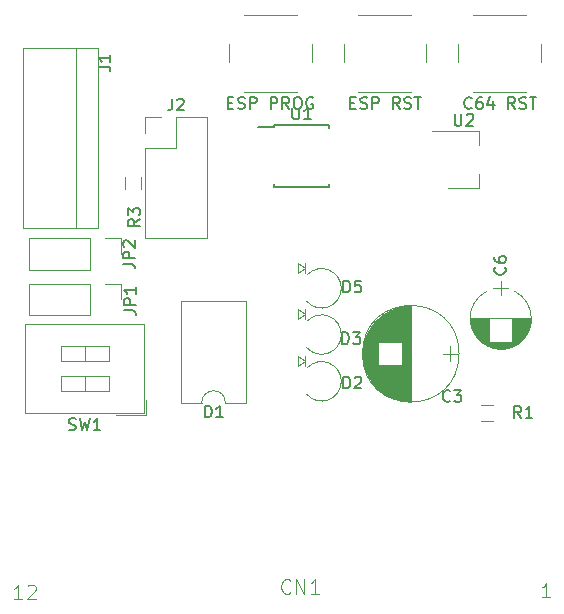
<source format=gbr>
G04 #@! TF.FileFunction,Legend,Top*
%FSLAX46Y46*%
G04 Gerber Fmt 4.6, Leading zero omitted, Abs format (unit mm)*
G04 Created by KiCad (PCBNEW 4.0.7) date 04/12/18 23:57:27*
%MOMM*%
%LPD*%
G01*
G04 APERTURE LIST*
%ADD10C,0.100000*%
%ADD11C,0.120000*%
%ADD12C,0.150000*%
%ADD13C,0.101600*%
G04 APERTURE END LIST*
D10*
D11*
X139419200Y-97302400D02*
X141189200Y-97302400D01*
X139419200Y-88702400D02*
X139419200Y-97302400D01*
X144959200Y-88702400D02*
X139419200Y-88702400D01*
X144959200Y-97302400D02*
X144959200Y-88702400D01*
X143189200Y-97302400D02*
X144959200Y-97302400D01*
X141189200Y-97302400D02*
G75*
G02X143189200Y-97302400I1000000J0D01*
G01*
X126090600Y-74904600D02*
X126090600Y-82524600D01*
X130530600Y-74904600D02*
X130530600Y-82524600D01*
X132430600Y-74904600D02*
X132430600Y-82524600D01*
X132430600Y-67284600D02*
X126090600Y-67284600D01*
X132430600Y-82524600D02*
X126090600Y-82524600D01*
X130530600Y-74904600D02*
X130530600Y-67284600D01*
X132430600Y-67284600D02*
X132430600Y-74904600D01*
X126090600Y-74904600D02*
X126090600Y-67284600D01*
X136414200Y-83397400D02*
X141614200Y-83397400D01*
X136414200Y-75717400D02*
X136414200Y-83397400D01*
X141614200Y-73117400D02*
X141614200Y-83397400D01*
X136414200Y-75717400D02*
X139014200Y-75717400D01*
X139014200Y-75717400D02*
X139014200Y-73117400D01*
X139014200Y-73117400D02*
X141614200Y-73117400D01*
X136414200Y-74447400D02*
X136414200Y-73117400D01*
X136414200Y-73117400D02*
X137744200Y-73117400D01*
X126584400Y-87239800D02*
X126584400Y-89899800D01*
X131724400Y-87239800D02*
X126584400Y-87239800D01*
X131724400Y-89899800D02*
X126584400Y-89899800D01*
X131724400Y-87239800D02*
X131724400Y-89899800D01*
X132994400Y-87239800D02*
X134324400Y-87239800D01*
X134324400Y-87239800D02*
X134324400Y-88569800D01*
X126584400Y-83379000D02*
X126584400Y-86039000D01*
X131724400Y-83379000D02*
X126584400Y-83379000D01*
X131724400Y-86039000D02*
X126584400Y-86039000D01*
X131724400Y-83379000D02*
X131724400Y-86039000D01*
X132994400Y-83379000D02*
X134324400Y-83379000D01*
X134324400Y-83379000D02*
X134324400Y-84709000D01*
X165854000Y-98876400D02*
X164854000Y-98876400D01*
X164854000Y-97516400D02*
X165854000Y-97516400D01*
X136062000Y-78189200D02*
X136062000Y-79189200D01*
X134702000Y-79189200D02*
X134702000Y-78189200D01*
X136477200Y-98387200D02*
X136477200Y-97117200D01*
X136477200Y-98387200D02*
X133937200Y-98387200D01*
X136277200Y-98187200D02*
X126257200Y-98187200D01*
X126257200Y-98187200D02*
X126257200Y-90687200D01*
X126257200Y-90687200D02*
X136277200Y-90687200D01*
X136277200Y-90687200D02*
X136277200Y-98187200D01*
X133297200Y-96342200D02*
X133297200Y-95072200D01*
X133297200Y-95072200D02*
X129237200Y-95072200D01*
X129237200Y-95072200D02*
X129237200Y-96342200D01*
X129237200Y-96342200D02*
X133297200Y-96342200D01*
X131267200Y-96342200D02*
X131267200Y-95072200D01*
X133297200Y-93802200D02*
X133297200Y-92532200D01*
X133297200Y-92532200D02*
X129237200Y-92532200D01*
X129237200Y-92532200D02*
X129237200Y-93802200D01*
X129237200Y-93802200D02*
X133297200Y-93802200D01*
X131267200Y-93802200D02*
X131267200Y-92532200D01*
X158943800Y-64477000D02*
X154443800Y-64477000D01*
X160193800Y-68477000D02*
X160193800Y-66977000D01*
X154443800Y-70977000D02*
X158943800Y-70977000D01*
X153193800Y-66977000D02*
X153193800Y-68477000D01*
X168672000Y-64477000D02*
X164172000Y-64477000D01*
X169922000Y-68477000D02*
X169922000Y-66977000D01*
X164172000Y-70977000D02*
X168672000Y-70977000D01*
X162922000Y-66977000D02*
X162922000Y-68477000D01*
X149241000Y-64477000D02*
X144741000Y-64477000D01*
X150491000Y-68477000D02*
X150491000Y-66977000D01*
X144741000Y-70977000D02*
X149241000Y-70977000D01*
X143491000Y-66977000D02*
X143491000Y-68477000D01*
D12*
X147306400Y-73803600D02*
X147306400Y-73928600D01*
X151956400Y-73803600D02*
X151956400Y-74028600D01*
X151956400Y-79053600D02*
X151956400Y-78828600D01*
X147306400Y-79053600D02*
X147306400Y-78828600D01*
X147306400Y-73803600D02*
X151956400Y-73803600D01*
X147306400Y-79053600D02*
X151956400Y-79053600D01*
X147306400Y-73928600D02*
X145956400Y-73928600D01*
D11*
X162969600Y-93167200D02*
G75*
G03X162969600Y-93167200I-4090000J0D01*
G01*
X158879600Y-97217200D02*
X158879600Y-89117200D01*
X158839600Y-97217200D02*
X158839600Y-89117200D01*
X158799600Y-97217200D02*
X158799600Y-89117200D01*
X158759600Y-97216200D02*
X158759600Y-89118200D01*
X158719600Y-97214200D02*
X158719600Y-89120200D01*
X158679600Y-97213200D02*
X158679600Y-89121200D01*
X158639600Y-97210200D02*
X158639600Y-89124200D01*
X158599600Y-97208200D02*
X158599600Y-89126200D01*
X158559600Y-97205200D02*
X158559600Y-89129200D01*
X158519600Y-97202200D02*
X158519600Y-89132200D01*
X158479600Y-97198200D02*
X158479600Y-89136200D01*
X158439600Y-97194200D02*
X158439600Y-89140200D01*
X158399600Y-97189200D02*
X158399600Y-89145200D01*
X158359600Y-97184200D02*
X158359600Y-89150200D01*
X158319600Y-97179200D02*
X158319600Y-89155200D01*
X158279600Y-97173200D02*
X158279600Y-89161200D01*
X158239600Y-97167200D02*
X158239600Y-89167200D01*
X158199600Y-97161200D02*
X158199600Y-89173200D01*
X158158600Y-97154200D02*
X158158600Y-89180200D01*
X158118600Y-97146200D02*
X158118600Y-89188200D01*
X158078600Y-97138200D02*
X158078600Y-94147200D01*
X158078600Y-92187200D02*
X158078600Y-89196200D01*
X158038600Y-97130200D02*
X158038600Y-94147200D01*
X158038600Y-92187200D02*
X158038600Y-89204200D01*
X157998600Y-97122200D02*
X157998600Y-94147200D01*
X157998600Y-92187200D02*
X157998600Y-89212200D01*
X157958600Y-97113200D02*
X157958600Y-94147200D01*
X157958600Y-92187200D02*
X157958600Y-89221200D01*
X157918600Y-97103200D02*
X157918600Y-94147200D01*
X157918600Y-92187200D02*
X157918600Y-89231200D01*
X157878600Y-97093200D02*
X157878600Y-94147200D01*
X157878600Y-92187200D02*
X157878600Y-89241200D01*
X157838600Y-97083200D02*
X157838600Y-94147200D01*
X157838600Y-92187200D02*
X157838600Y-89251200D01*
X157798600Y-97072200D02*
X157798600Y-94147200D01*
X157798600Y-92187200D02*
X157798600Y-89262200D01*
X157758600Y-97061200D02*
X157758600Y-94147200D01*
X157758600Y-92187200D02*
X157758600Y-89273200D01*
X157718600Y-97050200D02*
X157718600Y-94147200D01*
X157718600Y-92187200D02*
X157718600Y-89284200D01*
X157678600Y-97037200D02*
X157678600Y-94147200D01*
X157678600Y-92187200D02*
X157678600Y-89297200D01*
X157638600Y-97025200D02*
X157638600Y-94147200D01*
X157638600Y-92187200D02*
X157638600Y-89309200D01*
X157598600Y-97012200D02*
X157598600Y-94147200D01*
X157598600Y-92187200D02*
X157598600Y-89322200D01*
X157558600Y-96999200D02*
X157558600Y-94147200D01*
X157558600Y-92187200D02*
X157558600Y-89335200D01*
X157518600Y-96985200D02*
X157518600Y-94147200D01*
X157518600Y-92187200D02*
X157518600Y-89349200D01*
X157478600Y-96970200D02*
X157478600Y-94147200D01*
X157478600Y-92187200D02*
X157478600Y-89364200D01*
X157438600Y-96956200D02*
X157438600Y-94147200D01*
X157438600Y-92187200D02*
X157438600Y-89378200D01*
X157398600Y-96940200D02*
X157398600Y-94147200D01*
X157398600Y-92187200D02*
X157398600Y-89394200D01*
X157358600Y-96925200D02*
X157358600Y-94147200D01*
X157358600Y-92187200D02*
X157358600Y-89409200D01*
X157318600Y-96908200D02*
X157318600Y-94147200D01*
X157318600Y-92187200D02*
X157318600Y-89426200D01*
X157278600Y-96892200D02*
X157278600Y-94147200D01*
X157278600Y-92187200D02*
X157278600Y-89442200D01*
X157238600Y-96874200D02*
X157238600Y-94147200D01*
X157238600Y-92187200D02*
X157238600Y-89460200D01*
X157198600Y-96857200D02*
X157198600Y-94147200D01*
X157198600Y-92187200D02*
X157198600Y-89477200D01*
X157158600Y-96838200D02*
X157158600Y-94147200D01*
X157158600Y-92187200D02*
X157158600Y-89496200D01*
X157118600Y-96819200D02*
X157118600Y-94147200D01*
X157118600Y-92187200D02*
X157118600Y-89515200D01*
X157078600Y-96800200D02*
X157078600Y-94147200D01*
X157078600Y-92187200D02*
X157078600Y-89534200D01*
X157038600Y-96780200D02*
X157038600Y-94147200D01*
X157038600Y-92187200D02*
X157038600Y-89554200D01*
X156998600Y-96760200D02*
X156998600Y-94147200D01*
X156998600Y-92187200D02*
X156998600Y-89574200D01*
X156958600Y-96739200D02*
X156958600Y-94147200D01*
X156958600Y-92187200D02*
X156958600Y-89595200D01*
X156918600Y-96717200D02*
X156918600Y-94147200D01*
X156918600Y-92187200D02*
X156918600Y-89617200D01*
X156878600Y-96695200D02*
X156878600Y-94147200D01*
X156878600Y-92187200D02*
X156878600Y-89639200D01*
X156838600Y-96672200D02*
X156838600Y-94147200D01*
X156838600Y-92187200D02*
X156838600Y-89662200D01*
X156798600Y-96649200D02*
X156798600Y-94147200D01*
X156798600Y-92187200D02*
X156798600Y-89685200D01*
X156758600Y-96625200D02*
X156758600Y-94147200D01*
X156758600Y-92187200D02*
X156758600Y-89709200D01*
X156718600Y-96601200D02*
X156718600Y-94147200D01*
X156718600Y-92187200D02*
X156718600Y-89733200D01*
X156678600Y-96575200D02*
X156678600Y-94147200D01*
X156678600Y-92187200D02*
X156678600Y-89759200D01*
X156638600Y-96550200D02*
X156638600Y-94147200D01*
X156638600Y-92187200D02*
X156638600Y-89784200D01*
X156598600Y-96523200D02*
X156598600Y-94147200D01*
X156598600Y-92187200D02*
X156598600Y-89811200D01*
X156558600Y-96496200D02*
X156558600Y-94147200D01*
X156558600Y-92187200D02*
X156558600Y-89838200D01*
X156518600Y-96468200D02*
X156518600Y-94147200D01*
X156518600Y-92187200D02*
X156518600Y-89866200D01*
X156478600Y-96439200D02*
X156478600Y-94147200D01*
X156478600Y-92187200D02*
X156478600Y-89895200D01*
X156438600Y-96410200D02*
X156438600Y-94147200D01*
X156438600Y-92187200D02*
X156438600Y-89924200D01*
X156398600Y-96380200D02*
X156398600Y-94147200D01*
X156398600Y-92187200D02*
X156398600Y-89954200D01*
X156358600Y-96349200D02*
X156358600Y-94147200D01*
X156358600Y-92187200D02*
X156358600Y-89985200D01*
X156318600Y-96317200D02*
X156318600Y-94147200D01*
X156318600Y-92187200D02*
X156318600Y-90017200D01*
X156278600Y-96285200D02*
X156278600Y-94147200D01*
X156278600Y-92187200D02*
X156278600Y-90049200D01*
X156238600Y-96251200D02*
X156238600Y-94147200D01*
X156238600Y-92187200D02*
X156238600Y-90083200D01*
X156198600Y-96217200D02*
X156198600Y-94147200D01*
X156198600Y-92187200D02*
X156198600Y-90117200D01*
X156158600Y-96182200D02*
X156158600Y-94147200D01*
X156158600Y-92187200D02*
X156158600Y-90152200D01*
X156118600Y-96146200D02*
X156118600Y-90188200D01*
X156078600Y-96109200D02*
X156078600Y-90225200D01*
X156038600Y-96071200D02*
X156038600Y-90263200D01*
X155998600Y-96032200D02*
X155998600Y-90302200D01*
X155958600Y-95991200D02*
X155958600Y-90343200D01*
X155918600Y-95950200D02*
X155918600Y-90384200D01*
X155878600Y-95907200D02*
X155878600Y-90427200D01*
X155838600Y-95864200D02*
X155838600Y-90470200D01*
X155798600Y-95819200D02*
X155798600Y-90515200D01*
X155758600Y-95772200D02*
X155758600Y-90562200D01*
X155718600Y-95724200D02*
X155718600Y-90610200D01*
X155678600Y-95675200D02*
X155678600Y-90659200D01*
X155638600Y-95624200D02*
X155638600Y-90710200D01*
X155598600Y-95571200D02*
X155598600Y-90763200D01*
X155558600Y-95516200D02*
X155558600Y-90818200D01*
X155518600Y-95460200D02*
X155518600Y-90874200D01*
X155478600Y-95401200D02*
X155478600Y-90933200D01*
X155438600Y-95340200D02*
X155438600Y-90994200D01*
X155398600Y-95276200D02*
X155398600Y-91058200D01*
X155358600Y-95210200D02*
X155358600Y-91124200D01*
X155318600Y-95141200D02*
X155318600Y-91193200D01*
X155278600Y-95069200D02*
X155278600Y-91265200D01*
X155238600Y-94993200D02*
X155238600Y-91341200D01*
X155198600Y-94912200D02*
X155198600Y-91422200D01*
X155158600Y-94827200D02*
X155158600Y-91507200D01*
X155118600Y-94737200D02*
X155118600Y-91597200D01*
X155078600Y-94640200D02*
X155078600Y-91694200D01*
X155038600Y-94536200D02*
X155038600Y-91798200D01*
X154998600Y-94421200D02*
X154998600Y-91913200D01*
X154958600Y-94294200D02*
X154958600Y-92040200D01*
X154918600Y-94150200D02*
X154918600Y-92184200D01*
X154878600Y-93981200D02*
X154878600Y-92353200D01*
X154838600Y-93765200D02*
X154838600Y-92569200D01*
X154798600Y-93413200D02*
X154798600Y-92921200D01*
X162829600Y-93167200D02*
X161629600Y-93167200D01*
X162229600Y-93817200D02*
X162229600Y-92517200D01*
X167676723Y-92485122D02*
G75*
G03X167677000Y-87873820I-1179723J2305722D01*
G01*
X165317277Y-92485122D02*
G75*
G02X165317000Y-87873820I1179723J2305722D01*
G01*
X165317277Y-92485122D02*
G75*
G03X167677000Y-92484980I1179723J2305722D01*
G01*
X169047000Y-90179400D02*
X163947000Y-90179400D01*
X169047000Y-90219400D02*
X167477000Y-90219400D01*
X165517000Y-90219400D02*
X163947000Y-90219400D01*
X169046000Y-90259400D02*
X167477000Y-90259400D01*
X165517000Y-90259400D02*
X163948000Y-90259400D01*
X169045000Y-90299400D02*
X167477000Y-90299400D01*
X165517000Y-90299400D02*
X163949000Y-90299400D01*
X169043000Y-90339400D02*
X167477000Y-90339400D01*
X165517000Y-90339400D02*
X163951000Y-90339400D01*
X169040000Y-90379400D02*
X167477000Y-90379400D01*
X165517000Y-90379400D02*
X163954000Y-90379400D01*
X169036000Y-90419400D02*
X167477000Y-90419400D01*
X165517000Y-90419400D02*
X163958000Y-90419400D01*
X169032000Y-90459400D02*
X167477000Y-90459400D01*
X165517000Y-90459400D02*
X163962000Y-90459400D01*
X169028000Y-90499400D02*
X167477000Y-90499400D01*
X165517000Y-90499400D02*
X163966000Y-90499400D01*
X169022000Y-90539400D02*
X167477000Y-90539400D01*
X165517000Y-90539400D02*
X163972000Y-90539400D01*
X169016000Y-90579400D02*
X167477000Y-90579400D01*
X165517000Y-90579400D02*
X163978000Y-90579400D01*
X169010000Y-90619400D02*
X167477000Y-90619400D01*
X165517000Y-90619400D02*
X163984000Y-90619400D01*
X169003000Y-90659400D02*
X167477000Y-90659400D01*
X165517000Y-90659400D02*
X163991000Y-90659400D01*
X168995000Y-90699400D02*
X167477000Y-90699400D01*
X165517000Y-90699400D02*
X163999000Y-90699400D01*
X168986000Y-90739400D02*
X167477000Y-90739400D01*
X165517000Y-90739400D02*
X164008000Y-90739400D01*
X168977000Y-90779400D02*
X167477000Y-90779400D01*
X165517000Y-90779400D02*
X164017000Y-90779400D01*
X168967000Y-90819400D02*
X167477000Y-90819400D01*
X165517000Y-90819400D02*
X164027000Y-90819400D01*
X168957000Y-90859400D02*
X167477000Y-90859400D01*
X165517000Y-90859400D02*
X164037000Y-90859400D01*
X168945000Y-90900400D02*
X167477000Y-90900400D01*
X165517000Y-90900400D02*
X164049000Y-90900400D01*
X168933000Y-90940400D02*
X167477000Y-90940400D01*
X165517000Y-90940400D02*
X164061000Y-90940400D01*
X168921000Y-90980400D02*
X167477000Y-90980400D01*
X165517000Y-90980400D02*
X164073000Y-90980400D01*
X168907000Y-91020400D02*
X167477000Y-91020400D01*
X165517000Y-91020400D02*
X164087000Y-91020400D01*
X168893000Y-91060400D02*
X167477000Y-91060400D01*
X165517000Y-91060400D02*
X164101000Y-91060400D01*
X168879000Y-91100400D02*
X167477000Y-91100400D01*
X165517000Y-91100400D02*
X164115000Y-91100400D01*
X168863000Y-91140400D02*
X167477000Y-91140400D01*
X165517000Y-91140400D02*
X164131000Y-91140400D01*
X168847000Y-91180400D02*
X167477000Y-91180400D01*
X165517000Y-91180400D02*
X164147000Y-91180400D01*
X168830000Y-91220400D02*
X167477000Y-91220400D01*
X165517000Y-91220400D02*
X164164000Y-91220400D01*
X168812000Y-91260400D02*
X167477000Y-91260400D01*
X165517000Y-91260400D02*
X164182000Y-91260400D01*
X168793000Y-91300400D02*
X167477000Y-91300400D01*
X165517000Y-91300400D02*
X164201000Y-91300400D01*
X168773000Y-91340400D02*
X167477000Y-91340400D01*
X165517000Y-91340400D02*
X164221000Y-91340400D01*
X168753000Y-91380400D02*
X167477000Y-91380400D01*
X165517000Y-91380400D02*
X164241000Y-91380400D01*
X168731000Y-91420400D02*
X167477000Y-91420400D01*
X165517000Y-91420400D02*
X164263000Y-91420400D01*
X168709000Y-91460400D02*
X167477000Y-91460400D01*
X165517000Y-91460400D02*
X164285000Y-91460400D01*
X168686000Y-91500400D02*
X167477000Y-91500400D01*
X165517000Y-91500400D02*
X164308000Y-91500400D01*
X168662000Y-91540400D02*
X167477000Y-91540400D01*
X165517000Y-91540400D02*
X164332000Y-91540400D01*
X168637000Y-91580400D02*
X167477000Y-91580400D01*
X165517000Y-91580400D02*
X164357000Y-91580400D01*
X168610000Y-91620400D02*
X167477000Y-91620400D01*
X165517000Y-91620400D02*
X164384000Y-91620400D01*
X168583000Y-91660400D02*
X167477000Y-91660400D01*
X165517000Y-91660400D02*
X164411000Y-91660400D01*
X168555000Y-91700400D02*
X167477000Y-91700400D01*
X165517000Y-91700400D02*
X164439000Y-91700400D01*
X168525000Y-91740400D02*
X167477000Y-91740400D01*
X165517000Y-91740400D02*
X164469000Y-91740400D01*
X168494000Y-91780400D02*
X167477000Y-91780400D01*
X165517000Y-91780400D02*
X164500000Y-91780400D01*
X168462000Y-91820400D02*
X167477000Y-91820400D01*
X165517000Y-91820400D02*
X164532000Y-91820400D01*
X168429000Y-91860400D02*
X167477000Y-91860400D01*
X165517000Y-91860400D02*
X164565000Y-91860400D01*
X168394000Y-91900400D02*
X167477000Y-91900400D01*
X165517000Y-91900400D02*
X164600000Y-91900400D01*
X168358000Y-91940400D02*
X167477000Y-91940400D01*
X165517000Y-91940400D02*
X164636000Y-91940400D01*
X168320000Y-91980400D02*
X167477000Y-91980400D01*
X165517000Y-91980400D02*
X164674000Y-91980400D01*
X168280000Y-92020400D02*
X167477000Y-92020400D01*
X165517000Y-92020400D02*
X164714000Y-92020400D01*
X168239000Y-92060400D02*
X167477000Y-92060400D01*
X165517000Y-92060400D02*
X164755000Y-92060400D01*
X168196000Y-92100400D02*
X167477000Y-92100400D01*
X165517000Y-92100400D02*
X164798000Y-92100400D01*
X168151000Y-92140400D02*
X167477000Y-92140400D01*
X165517000Y-92140400D02*
X164843000Y-92140400D01*
X168103000Y-92180400D02*
X164891000Y-92180400D01*
X168053000Y-92220400D02*
X164941000Y-92220400D01*
X168001000Y-92260400D02*
X164993000Y-92260400D01*
X167945000Y-92300400D02*
X165049000Y-92300400D01*
X167887000Y-92340400D02*
X165107000Y-92340400D01*
X167824000Y-92380400D02*
X165170000Y-92380400D01*
X167758000Y-92420400D02*
X165236000Y-92420400D01*
X167686000Y-92460400D02*
X165308000Y-92460400D01*
X167609000Y-92500400D02*
X165385000Y-92500400D01*
X167525000Y-92540400D02*
X165469000Y-92540400D01*
X167431000Y-92580400D02*
X165563000Y-92580400D01*
X167326000Y-92620400D02*
X165668000Y-92620400D01*
X167204000Y-92660400D02*
X165790000Y-92660400D01*
X167056000Y-92700400D02*
X165938000Y-92700400D01*
X166851000Y-92740400D02*
X166143000Y-92740400D01*
X166497000Y-86979400D02*
X166497000Y-88179400D01*
X167147000Y-87579400D02*
X165847000Y-87579400D01*
X149936200Y-94224000D02*
X149936200Y-93335000D01*
X149936200Y-93779500D02*
X149343533Y-94224000D01*
X149343533Y-94224000D02*
X149343533Y-93335000D01*
X149343533Y-93335000D02*
X149936200Y-93779500D01*
X150105800Y-94370495D02*
G75*
G02X150075684Y-96604000I1227400J-1133505D01*
G01*
X149936200Y-90261600D02*
X149936200Y-89372600D01*
X149936200Y-89817100D02*
X149343533Y-90261600D01*
X149343533Y-90261600D02*
X149343533Y-89372600D01*
X149343533Y-89372600D02*
X149936200Y-89817100D01*
X150105800Y-90408095D02*
G75*
G02X150075684Y-92641600I1227400J-1133505D01*
G01*
X149936200Y-86350000D02*
X149936200Y-85461000D01*
X149936200Y-85905500D02*
X149343533Y-86350000D01*
X149343533Y-86350000D02*
X149343533Y-85461000D01*
X149343533Y-85461000D02*
X149936200Y-85905500D01*
X150105800Y-86496495D02*
G75*
G02X150075684Y-88730000I1227400J-1133505D01*
G01*
X164695600Y-77908000D02*
X164695600Y-79108000D01*
X164695600Y-79108000D02*
X161995600Y-79108000D01*
X160695600Y-74308000D02*
X164695600Y-74308000D01*
X164695600Y-74308000D02*
X164695600Y-75508000D01*
D13*
X148677690Y-113365643D02*
X148620238Y-113423095D01*
X148447881Y-113480548D01*
X148332976Y-113480548D01*
X148160619Y-113423095D01*
X148045714Y-113308190D01*
X147988262Y-113193286D01*
X147930810Y-112963476D01*
X147930810Y-112791119D01*
X147988262Y-112561310D01*
X148045714Y-112446405D01*
X148160619Y-112331500D01*
X148332976Y-112274048D01*
X148447881Y-112274048D01*
X148620238Y-112331500D01*
X148677690Y-112388952D01*
X149194762Y-113480548D02*
X149194762Y-112274048D01*
X149884190Y-113480548D01*
X149884190Y-112274048D01*
X151090690Y-113480548D02*
X150401262Y-113480548D01*
X150745976Y-113480548D02*
X150745976Y-112274048D01*
X150631071Y-112446405D01*
X150516166Y-112561310D01*
X150401262Y-112618762D01*
X170703334Y-113799318D02*
X170013906Y-113799318D01*
X170358620Y-113799318D02*
X170358620Y-112592818D01*
X170243715Y-112765175D01*
X170128810Y-112880080D01*
X170013906Y-112937532D01*
X125983610Y-113911078D02*
X125294182Y-113911078D01*
X125638896Y-113911078D02*
X125638896Y-112704578D01*
X125523991Y-112876935D01*
X125409086Y-112991840D01*
X125294182Y-113049292D01*
X126443230Y-112819482D02*
X126500682Y-112762030D01*
X126615587Y-112704578D01*
X126902849Y-112704578D01*
X127017753Y-112762030D01*
X127075206Y-112819482D01*
X127132658Y-112934387D01*
X127132658Y-113049292D01*
X127075206Y-113221649D01*
X126385777Y-113911078D01*
X127132658Y-113911078D01*
D12*
X141461105Y-98554781D02*
X141461105Y-97554781D01*
X141699200Y-97554781D01*
X141842058Y-97602400D01*
X141937296Y-97697638D01*
X141984915Y-97792876D01*
X142032534Y-97983352D01*
X142032534Y-98126210D01*
X141984915Y-98316686D01*
X141937296Y-98411924D01*
X141842058Y-98507162D01*
X141699200Y-98554781D01*
X141461105Y-98554781D01*
X142984915Y-98554781D02*
X142413486Y-98554781D01*
X142699200Y-98554781D02*
X142699200Y-97554781D01*
X142603962Y-97697638D01*
X142508724Y-97792876D01*
X142413486Y-97840495D01*
X132446781Y-68862533D02*
X133161067Y-68862533D01*
X133303924Y-68910153D01*
X133399162Y-69005391D01*
X133446781Y-69148248D01*
X133446781Y-69243486D01*
X133446781Y-67862533D02*
X133446781Y-68433962D01*
X133446781Y-68148248D02*
X132446781Y-68148248D01*
X132589638Y-68243486D01*
X132684876Y-68338724D01*
X132732495Y-68433962D01*
X138680867Y-71569781D02*
X138680867Y-72284067D01*
X138633247Y-72426924D01*
X138538009Y-72522162D01*
X138395152Y-72569781D01*
X138299914Y-72569781D01*
X139109438Y-71665019D02*
X139157057Y-71617400D01*
X139252295Y-71569781D01*
X139490391Y-71569781D01*
X139585629Y-71617400D01*
X139633248Y-71665019D01*
X139680867Y-71760257D01*
X139680867Y-71855495D01*
X139633248Y-71998352D01*
X139061819Y-72569781D01*
X139680867Y-72569781D01*
X134580381Y-89504733D02*
X135294667Y-89504733D01*
X135437524Y-89552353D01*
X135532762Y-89647591D01*
X135580381Y-89790448D01*
X135580381Y-89885686D01*
X135580381Y-89028543D02*
X134580381Y-89028543D01*
X134580381Y-88647590D01*
X134628000Y-88552352D01*
X134675619Y-88504733D01*
X134770857Y-88457114D01*
X134913714Y-88457114D01*
X135008952Y-88504733D01*
X135056571Y-88552352D01*
X135104190Y-88647590D01*
X135104190Y-89028543D01*
X135580381Y-87504733D02*
X135580381Y-88076162D01*
X135580381Y-87790448D02*
X134580381Y-87790448D01*
X134723238Y-87885686D01*
X134818476Y-87980924D01*
X134866095Y-88076162D01*
X134529581Y-85567733D02*
X135243867Y-85567733D01*
X135386724Y-85615353D01*
X135481962Y-85710591D01*
X135529581Y-85853448D01*
X135529581Y-85948686D01*
X135529581Y-85091543D02*
X134529581Y-85091543D01*
X134529581Y-84710590D01*
X134577200Y-84615352D01*
X134624819Y-84567733D01*
X134720057Y-84520114D01*
X134862914Y-84520114D01*
X134958152Y-84567733D01*
X135005771Y-84615352D01*
X135053390Y-84710590D01*
X135053390Y-85091543D01*
X134624819Y-84139162D02*
X134577200Y-84091543D01*
X134529581Y-83996305D01*
X134529581Y-83758209D01*
X134577200Y-83662971D01*
X134624819Y-83615352D01*
X134720057Y-83567733D01*
X134815295Y-83567733D01*
X134958152Y-83615352D01*
X135529581Y-84186781D01*
X135529581Y-83567733D01*
X168235334Y-98597981D02*
X167902000Y-98121790D01*
X167663905Y-98597981D02*
X167663905Y-97597981D01*
X168044858Y-97597981D01*
X168140096Y-97645600D01*
X168187715Y-97693219D01*
X168235334Y-97788457D01*
X168235334Y-97931314D01*
X168187715Y-98026552D01*
X168140096Y-98074171D01*
X168044858Y-98121790D01*
X167663905Y-98121790D01*
X169187715Y-98597981D02*
X168616286Y-98597981D01*
X168902000Y-98597981D02*
X168902000Y-97597981D01*
X168806762Y-97740838D01*
X168711524Y-97836076D01*
X168616286Y-97883695D01*
X135961381Y-81776866D02*
X135485190Y-82110200D01*
X135961381Y-82348295D02*
X134961381Y-82348295D01*
X134961381Y-81967342D01*
X135009000Y-81872104D01*
X135056619Y-81824485D01*
X135151857Y-81776866D01*
X135294714Y-81776866D01*
X135389952Y-81824485D01*
X135437571Y-81872104D01*
X135485190Y-81967342D01*
X135485190Y-82348295D01*
X134961381Y-81443533D02*
X134961381Y-80824485D01*
X135342333Y-81157819D01*
X135342333Y-81014961D01*
X135389952Y-80919723D01*
X135437571Y-80872104D01*
X135532810Y-80824485D01*
X135770905Y-80824485D01*
X135866143Y-80872104D01*
X135913762Y-80919723D01*
X135961381Y-81014961D01*
X135961381Y-81300676D01*
X135913762Y-81395914D01*
X135866143Y-81443533D01*
X129933867Y-99591962D02*
X130076724Y-99639581D01*
X130314820Y-99639581D01*
X130410058Y-99591962D01*
X130457677Y-99544343D01*
X130505296Y-99449105D01*
X130505296Y-99353867D01*
X130457677Y-99258629D01*
X130410058Y-99211010D01*
X130314820Y-99163390D01*
X130124343Y-99115771D01*
X130029105Y-99068152D01*
X129981486Y-99020533D01*
X129933867Y-98925295D01*
X129933867Y-98830057D01*
X129981486Y-98734819D01*
X130029105Y-98687200D01*
X130124343Y-98639581D01*
X130362439Y-98639581D01*
X130505296Y-98687200D01*
X130838629Y-98639581D02*
X131076724Y-99639581D01*
X131267201Y-98925295D01*
X131457677Y-99639581D01*
X131695772Y-98639581D01*
X132600534Y-99639581D02*
X132029105Y-99639581D01*
X132314819Y-99639581D02*
X132314819Y-98639581D01*
X132219581Y-98782438D01*
X132124343Y-98877676D01*
X132029105Y-98925295D01*
X153765228Y-71905571D02*
X154098562Y-71905571D01*
X154241419Y-72429381D02*
X153765228Y-72429381D01*
X153765228Y-71429381D01*
X154241419Y-71429381D01*
X154622371Y-72381762D02*
X154765228Y-72429381D01*
X155003324Y-72429381D01*
X155098562Y-72381762D01*
X155146181Y-72334143D01*
X155193800Y-72238905D01*
X155193800Y-72143667D01*
X155146181Y-72048429D01*
X155098562Y-72000810D01*
X155003324Y-71953190D01*
X154812847Y-71905571D01*
X154717609Y-71857952D01*
X154669990Y-71810333D01*
X154622371Y-71715095D01*
X154622371Y-71619857D01*
X154669990Y-71524619D01*
X154717609Y-71477000D01*
X154812847Y-71429381D01*
X155050943Y-71429381D01*
X155193800Y-71477000D01*
X155622371Y-72429381D02*
X155622371Y-71429381D01*
X156003324Y-71429381D01*
X156098562Y-71477000D01*
X156146181Y-71524619D01*
X156193800Y-71619857D01*
X156193800Y-71762714D01*
X156146181Y-71857952D01*
X156098562Y-71905571D01*
X156003324Y-71953190D01*
X155622371Y-71953190D01*
X157955705Y-72429381D02*
X157622371Y-71953190D01*
X157384276Y-72429381D02*
X157384276Y-71429381D01*
X157765229Y-71429381D01*
X157860467Y-71477000D01*
X157908086Y-71524619D01*
X157955705Y-71619857D01*
X157955705Y-71762714D01*
X157908086Y-71857952D01*
X157860467Y-71905571D01*
X157765229Y-71953190D01*
X157384276Y-71953190D01*
X158336657Y-72381762D02*
X158479514Y-72429381D01*
X158717610Y-72429381D01*
X158812848Y-72381762D01*
X158860467Y-72334143D01*
X158908086Y-72238905D01*
X158908086Y-72143667D01*
X158860467Y-72048429D01*
X158812848Y-72000810D01*
X158717610Y-71953190D01*
X158527133Y-71905571D01*
X158431895Y-71857952D01*
X158384276Y-71810333D01*
X158336657Y-71715095D01*
X158336657Y-71619857D01*
X158384276Y-71524619D01*
X158431895Y-71477000D01*
X158527133Y-71429381D01*
X158765229Y-71429381D01*
X158908086Y-71477000D01*
X159193800Y-71429381D02*
X159765229Y-71429381D01*
X159479514Y-72429381D02*
X159479514Y-71429381D01*
X164041048Y-72334143D02*
X163993429Y-72381762D01*
X163850572Y-72429381D01*
X163755334Y-72429381D01*
X163612476Y-72381762D01*
X163517238Y-72286524D01*
X163469619Y-72191286D01*
X163422000Y-72000810D01*
X163422000Y-71857952D01*
X163469619Y-71667476D01*
X163517238Y-71572238D01*
X163612476Y-71477000D01*
X163755334Y-71429381D01*
X163850572Y-71429381D01*
X163993429Y-71477000D01*
X164041048Y-71524619D01*
X164898191Y-71429381D02*
X164707714Y-71429381D01*
X164612476Y-71477000D01*
X164564857Y-71524619D01*
X164469619Y-71667476D01*
X164422000Y-71857952D01*
X164422000Y-72238905D01*
X164469619Y-72334143D01*
X164517238Y-72381762D01*
X164612476Y-72429381D01*
X164802953Y-72429381D01*
X164898191Y-72381762D01*
X164945810Y-72334143D01*
X164993429Y-72238905D01*
X164993429Y-72000810D01*
X164945810Y-71905571D01*
X164898191Y-71857952D01*
X164802953Y-71810333D01*
X164612476Y-71810333D01*
X164517238Y-71857952D01*
X164469619Y-71905571D01*
X164422000Y-72000810D01*
X165850572Y-71762714D02*
X165850572Y-72429381D01*
X165612476Y-71381762D02*
X165374381Y-72096048D01*
X165993429Y-72096048D01*
X167707715Y-72429381D02*
X167374381Y-71953190D01*
X167136286Y-72429381D02*
X167136286Y-71429381D01*
X167517239Y-71429381D01*
X167612477Y-71477000D01*
X167660096Y-71524619D01*
X167707715Y-71619857D01*
X167707715Y-71762714D01*
X167660096Y-71857952D01*
X167612477Y-71905571D01*
X167517239Y-71953190D01*
X167136286Y-71953190D01*
X168088667Y-72381762D02*
X168231524Y-72429381D01*
X168469620Y-72429381D01*
X168564858Y-72381762D01*
X168612477Y-72334143D01*
X168660096Y-72238905D01*
X168660096Y-72143667D01*
X168612477Y-72048429D01*
X168564858Y-72000810D01*
X168469620Y-71953190D01*
X168279143Y-71905571D01*
X168183905Y-71857952D01*
X168136286Y-71810333D01*
X168088667Y-71715095D01*
X168088667Y-71619857D01*
X168136286Y-71524619D01*
X168183905Y-71477000D01*
X168279143Y-71429381D01*
X168517239Y-71429381D01*
X168660096Y-71477000D01*
X168945810Y-71429381D02*
X169517239Y-71429381D01*
X169231524Y-72429381D02*
X169231524Y-71429381D01*
X143395762Y-71905571D02*
X143729096Y-71905571D01*
X143871953Y-72429381D02*
X143395762Y-72429381D01*
X143395762Y-71429381D01*
X143871953Y-71429381D01*
X144252905Y-72381762D02*
X144395762Y-72429381D01*
X144633858Y-72429381D01*
X144729096Y-72381762D01*
X144776715Y-72334143D01*
X144824334Y-72238905D01*
X144824334Y-72143667D01*
X144776715Y-72048429D01*
X144729096Y-72000810D01*
X144633858Y-71953190D01*
X144443381Y-71905571D01*
X144348143Y-71857952D01*
X144300524Y-71810333D01*
X144252905Y-71715095D01*
X144252905Y-71619857D01*
X144300524Y-71524619D01*
X144348143Y-71477000D01*
X144443381Y-71429381D01*
X144681477Y-71429381D01*
X144824334Y-71477000D01*
X145252905Y-72429381D02*
X145252905Y-71429381D01*
X145633858Y-71429381D01*
X145729096Y-71477000D01*
X145776715Y-71524619D01*
X145824334Y-71619857D01*
X145824334Y-71762714D01*
X145776715Y-71857952D01*
X145729096Y-71905571D01*
X145633858Y-71953190D01*
X145252905Y-71953190D01*
X147014810Y-72429381D02*
X147014810Y-71429381D01*
X147395763Y-71429381D01*
X147491001Y-71477000D01*
X147538620Y-71524619D01*
X147586239Y-71619857D01*
X147586239Y-71762714D01*
X147538620Y-71857952D01*
X147491001Y-71905571D01*
X147395763Y-71953190D01*
X147014810Y-71953190D01*
X148586239Y-72429381D02*
X148252905Y-71953190D01*
X148014810Y-72429381D02*
X148014810Y-71429381D01*
X148395763Y-71429381D01*
X148491001Y-71477000D01*
X148538620Y-71524619D01*
X148586239Y-71619857D01*
X148586239Y-71762714D01*
X148538620Y-71857952D01*
X148491001Y-71905571D01*
X148395763Y-71953190D01*
X148014810Y-71953190D01*
X149205286Y-71429381D02*
X149395763Y-71429381D01*
X149491001Y-71477000D01*
X149586239Y-71572238D01*
X149633858Y-71762714D01*
X149633858Y-72096048D01*
X149586239Y-72286524D01*
X149491001Y-72381762D01*
X149395763Y-72429381D01*
X149205286Y-72429381D01*
X149110048Y-72381762D01*
X149014810Y-72286524D01*
X148967191Y-72096048D01*
X148967191Y-71762714D01*
X149014810Y-71572238D01*
X149110048Y-71477000D01*
X149205286Y-71429381D01*
X150586239Y-71477000D02*
X150491001Y-71429381D01*
X150348144Y-71429381D01*
X150205286Y-71477000D01*
X150110048Y-71572238D01*
X150062429Y-71667476D01*
X150014810Y-71857952D01*
X150014810Y-72000810D01*
X150062429Y-72191286D01*
X150110048Y-72286524D01*
X150205286Y-72381762D01*
X150348144Y-72429381D01*
X150443382Y-72429381D01*
X150586239Y-72381762D01*
X150633858Y-72334143D01*
X150633858Y-72000810D01*
X150443382Y-72000810D01*
X148869495Y-72330981D02*
X148869495Y-73140505D01*
X148917114Y-73235743D01*
X148964733Y-73283362D01*
X149059971Y-73330981D01*
X149250448Y-73330981D01*
X149345686Y-73283362D01*
X149393305Y-73235743D01*
X149440924Y-73140505D01*
X149440924Y-72330981D01*
X150440924Y-73330981D02*
X149869495Y-73330981D01*
X150155209Y-73330981D02*
X150155209Y-72330981D01*
X150059971Y-72473838D01*
X149964733Y-72569076D01*
X149869495Y-72616695D01*
X162215534Y-97156543D02*
X162167915Y-97204162D01*
X162025058Y-97251781D01*
X161929820Y-97251781D01*
X161786962Y-97204162D01*
X161691724Y-97108924D01*
X161644105Y-97013686D01*
X161596486Y-96823210D01*
X161596486Y-96680352D01*
X161644105Y-96489876D01*
X161691724Y-96394638D01*
X161786962Y-96299400D01*
X161929820Y-96251781D01*
X162025058Y-96251781D01*
X162167915Y-96299400D01*
X162215534Y-96347019D01*
X162548867Y-96251781D02*
X163167915Y-96251781D01*
X162834581Y-96632733D01*
X162977439Y-96632733D01*
X163072677Y-96680352D01*
X163120296Y-96727971D01*
X163167915Y-96823210D01*
X163167915Y-97061305D01*
X163120296Y-97156543D01*
X163072677Y-97204162D01*
X162977439Y-97251781D01*
X162691724Y-97251781D01*
X162596486Y-97204162D01*
X162548867Y-97156543D01*
X166854143Y-85840866D02*
X166901762Y-85888485D01*
X166949381Y-86031342D01*
X166949381Y-86126580D01*
X166901762Y-86269438D01*
X166806524Y-86364676D01*
X166711286Y-86412295D01*
X166520810Y-86459914D01*
X166377952Y-86459914D01*
X166187476Y-86412295D01*
X166092238Y-86364676D01*
X165997000Y-86269438D01*
X165949381Y-86126580D01*
X165949381Y-86031342D01*
X165997000Y-85888485D01*
X166044619Y-85840866D01*
X165949381Y-84983723D02*
X165949381Y-85174200D01*
X165997000Y-85269438D01*
X166044619Y-85317057D01*
X166187476Y-85412295D01*
X166377952Y-85459914D01*
X166758905Y-85459914D01*
X166854143Y-85412295D01*
X166901762Y-85364676D01*
X166949381Y-85269438D01*
X166949381Y-85078961D01*
X166901762Y-84983723D01*
X166854143Y-84936104D01*
X166758905Y-84888485D01*
X166520810Y-84888485D01*
X166425571Y-84936104D01*
X166377952Y-84983723D01*
X166330333Y-85078961D01*
X166330333Y-85269438D01*
X166377952Y-85364676D01*
X166425571Y-85412295D01*
X166520810Y-85459914D01*
X153185905Y-96108781D02*
X153185905Y-95108781D01*
X153424000Y-95108781D01*
X153566858Y-95156400D01*
X153662096Y-95251638D01*
X153709715Y-95346876D01*
X153757334Y-95537352D01*
X153757334Y-95680210D01*
X153709715Y-95870686D01*
X153662096Y-95965924D01*
X153566858Y-96061162D01*
X153424000Y-96108781D01*
X153185905Y-96108781D01*
X154138286Y-95204019D02*
X154185905Y-95156400D01*
X154281143Y-95108781D01*
X154519239Y-95108781D01*
X154614477Y-95156400D01*
X154662096Y-95204019D01*
X154709715Y-95299257D01*
X154709715Y-95394495D01*
X154662096Y-95537352D01*
X154090667Y-96108781D01*
X154709715Y-96108781D01*
X153084305Y-92349581D02*
X153084305Y-91349581D01*
X153322400Y-91349581D01*
X153465258Y-91397200D01*
X153560496Y-91492438D01*
X153608115Y-91587676D01*
X153655734Y-91778152D01*
X153655734Y-91921010D01*
X153608115Y-92111486D01*
X153560496Y-92206724D01*
X153465258Y-92301962D01*
X153322400Y-92349581D01*
X153084305Y-92349581D01*
X153989067Y-91349581D02*
X154608115Y-91349581D01*
X154274781Y-91730533D01*
X154417639Y-91730533D01*
X154512877Y-91778152D01*
X154560496Y-91825771D01*
X154608115Y-91921010D01*
X154608115Y-92159105D01*
X154560496Y-92254343D01*
X154512877Y-92301962D01*
X154417639Y-92349581D01*
X154131924Y-92349581D01*
X154036686Y-92301962D01*
X153989067Y-92254343D01*
X153185905Y-87980781D02*
X153185905Y-86980781D01*
X153424000Y-86980781D01*
X153566858Y-87028400D01*
X153662096Y-87123638D01*
X153709715Y-87218876D01*
X153757334Y-87409352D01*
X153757334Y-87552210D01*
X153709715Y-87742686D01*
X153662096Y-87837924D01*
X153566858Y-87933162D01*
X153424000Y-87980781D01*
X153185905Y-87980781D01*
X154662096Y-86980781D02*
X154185905Y-86980781D01*
X154138286Y-87456971D01*
X154185905Y-87409352D01*
X154281143Y-87361733D01*
X154519239Y-87361733D01*
X154614477Y-87409352D01*
X154662096Y-87456971D01*
X154709715Y-87552210D01*
X154709715Y-87790305D01*
X154662096Y-87885543D01*
X154614477Y-87933162D01*
X154519239Y-87980781D01*
X154281143Y-87980781D01*
X154185905Y-87933162D01*
X154138286Y-87885543D01*
X162603695Y-72860381D02*
X162603695Y-73669905D01*
X162651314Y-73765143D01*
X162698933Y-73812762D01*
X162794171Y-73860381D01*
X162984648Y-73860381D01*
X163079886Y-73812762D01*
X163127505Y-73765143D01*
X163175124Y-73669905D01*
X163175124Y-72860381D01*
X163603695Y-72955619D02*
X163651314Y-72908000D01*
X163746552Y-72860381D01*
X163984648Y-72860381D01*
X164079886Y-72908000D01*
X164127505Y-72955619D01*
X164175124Y-73050857D01*
X164175124Y-73146095D01*
X164127505Y-73288952D01*
X163556076Y-73860381D01*
X164175124Y-73860381D01*
M02*

</source>
